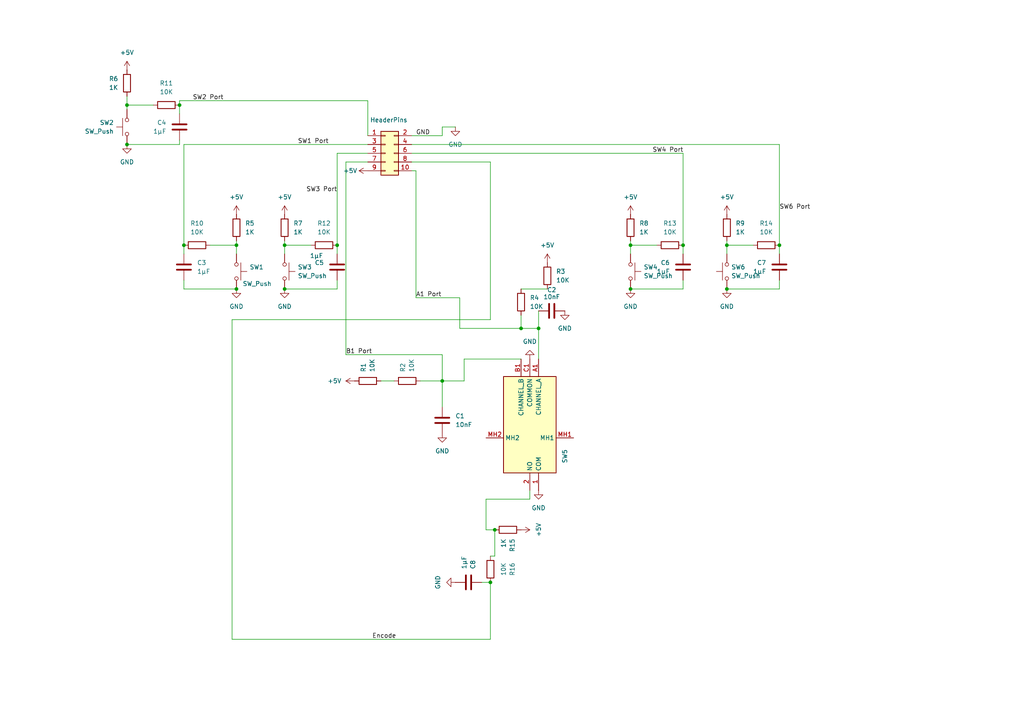
<source format=kicad_sch>
(kicad_sch (version 20250114) (generator "eeschema") (generator_version "9.0")
  (paper "A4")
  (lib_symbols
    (symbol "Connector_Generic:Conn_02x05_Odd_Even" (pin_names (offset 1.016) (hide yes))
      (property "Reference" "J" (at 1.27 7.62 0))
      (property "Value" "Conn_02x05_Odd_Even" (at 1.27 -7.62 0))
      (symbol "Conn_02x05_Odd_Even_1_1"
        (rectangle (start -1.27 6.35) (end 3.81 -6.35) (stroke (width 0.254)) (fill (type background)))
        (rectangle (start -1.27 5.207) (end 0 4.953) (stroke (width 0.1524)))
        (rectangle (start -1.27 2.667) (end 0 2.413) (stroke (width 0.1524)))
        (rectangle (start -1.27 0.127) (end 0 -0.127) (stroke (width 0.1524)))
        (rectangle (start -1.27 -2.413) (end 0 -2.667) (stroke (width 0.1524)))
        (rectangle (start -1.27 -4.953) (end 0 -5.207) (stroke (width 0.1524)))
        (rectangle (start 3.81 5.207) (end 2.54 4.953) (stroke (width 0.1524)))
        (rectangle (start 3.81 2.667) (end 2.54 2.413) (stroke (width 0.1524)))
        (rectangle (start 3.81 0.127) (end 2.54 -0.127) (stroke (width 0.1524)))
        (rectangle (start 3.81 -2.413) (end 2.54 -2.667) (stroke (width 0.1524)))
        (rectangle (start 3.81 -4.953) (end 2.54 -5.207) (stroke (width 0.1524)))
        (pin passive line (at -5.08 5.08 0) (length 3.81) (name "Pin_1") (number "1"))
        (pin passive line (at -5.08 2.54 0) (length 3.81) (name "Pin_3") (number "3"))
        (pin passive line (at -5.08 0 0) (length 3.81) (name "Pin_5") (number "5"))
        (pin passive line (at -5.08 -2.54 0) (length 3.81) (name "Pin_7") (number "7"))
        (pin passive line (at -5.08 -5.08 0) (length 3.81) (name "Pin_9") (number "9"))
        (pin passive line (at 7.62 5.08 180) (length 3.81) (name "Pin_2") (number "2"))
        (pin passive line (at 7.62 2.54 180) (length 3.81) (name "Pin_4") (number "4"))
        (pin passive line (at 7.62 0 180) (length 3.81) (name "Pin_6") (number "6"))
        (pin passive line (at 7.62 -2.54 180) (length 3.81) (name "Pin_8") (number "8"))
        (pin passive line (at 7.62 -5.08 180) (length 3.81) (name "Pin_10") (number "10"))
      )
    )
    (symbol "Device:C" (pin_numbers (hide yes)) (pin_names (offset 0.254))
      (property "Reference" "C" (at 0.635 2.54 0))
      (property "Value" "C" (at 0.635 -2.54 0))
      (symbol "C_0_1"
        (polyline (pts (xy -2.032 0.762) (xy 2.032 0.762)) (stroke (width 0.508)))
        (polyline (pts (xy -2.032 -0.762) (xy 2.032 -0.762)) (stroke (width 0.508)))
      )
      (symbol "C_1_1"
        (pin passive line (at 0 3.81 270) (length 2.794) (name "~") (number "1"))
        (pin passive line (at 0 -3.81 90) (length 2.794) (name "~") (number "2"))
      )
    )
    (symbol "Device:R" (pin_numbers (hide yes)) (pin_names (offset 0))
      (property "Reference" "R" (at 2.032 0 90))
      (property "Value" "R" (at 0 0 90))
      (symbol "R_0_1"
        (rectangle (start -1.016 -2.54) (end 1.016 2.54) (stroke (width 0.254)))
      )
      (symbol "R_1_1"
        (pin passive line (at 0 3.81 270) (length 1.27) (name "~") (number "1"))
        (pin passive line (at 0 -3.81 90) (length 1.27) (name "~") (number "2"))
      )
    )
    (symbol "SamacSys_Parts:PEC11R-4215F-S0024"
      (property "Reference" "U" (at 21.59 15.24 0))
      (property "Value" "PEC11R-4215F-S0024" (at 21.59 12.7 0))
      (symbol "PEC11R-4215F-S0024_1_1"
        (rectangle (start 5.08 10.16) (end 20.32 -17.78) (stroke (width 0.254)) (fill (type background)))
        (pin passive line (at 0 0 0) (length 5.08) (name "MH1") (number "MH1"))
        (pin passive line (at 10.16 15.24 270) (length 5.08) (name "COM") (number "1"))
        (pin passive line (at 10.16 -22.86 90) (length 5.08) (name "CHANNEL_A") (number "A1"))
        (pin passive line (at 12.7 15.24 270) (length 5.08) (name "NO") (number "2"))
        (pin passive line (at 12.7 -22.86 90) (length 5.08) (name "COMMON") (number "C1"))
        (pin passive line (at 15.24 -22.86 90) (length 5.08) (name "CHANNEL_B") (number "B1"))
        (pin passive line (at 25.4 0 180) (length 5.08) (name "MH2") (number "MH2"))
      )
    )
    (symbol "Switch:SW_Push" (pin_numbers (hide yes)) (pin_names (offset 1.016) (hide yes))
      (property "Reference" "SW" (at 1.27 2.54 0))
      (property "Value" "SW_Push" (at 0 -1.524 0))
      (symbol "SW_Push_0_1"
        (circle (center -2.032 0) (radius 0.508))
        (polyline (pts (xy 0 1.27) (xy 0 3.048)))
        (circle (center 2.032 0) (radius 0.508))
        (polyline (pts (xy 2.54 1.27) (xy -2.54 1.27)))
        (pin passive line (at -5.08 0 0) (length 2.54) (name "1") (number "1"))
        (pin passive line (at 5.08 0 180) (length 2.54) (name "2") (number "2"))
      )
    )
    (symbol "power:+5V" (power) (pin_numbers (hide yes)) (pin_names (offset 0) (hide yes))
      (property "Value" "+5V" (at 0 3.556 0))
      (symbol "+5V_0_1"
        (polyline (pts (xy -0.762 1.27) (xy 0 2.54)))
        (polyline (pts (xy 0 2.54) (xy 0.762 1.27)))
        (polyline (pts (xy 0 0) (xy 0 2.54)))
      )
      (symbol "+5V_1_1"
        (pin power_in line (at 0 0 90) (length 0) (name "~") (number "1"))
      )
    )
    (symbol "power:GND" (power) (pin_numbers (hide yes)) (pin_names (offset 0) (hide yes))
      (property "Value" "GND" (at 0 -3.81 0))
      (symbol "GND_0_1"
        (polyline (pts (xy 0 0) (xy 0 -1.27) (xy 1.27 -1.27) (xy 0 -2.54) (xy -1.27 -1.27) (xy 0 -1.27)))
      )
      (symbol "GND_1_1"
        (pin power_in line (at 0 0 270) (length 0) (name "~") (number "1"))
      )
    )
  )
  (junction (at 52.07 30.48))
  (junction (at 182.88 83.82))
  (junction (at 198.12 71.12))
  (junction (at 182.88 71.12))
  (junction (at 68.58 83.82))
  (junction (at 68.58 71.12))
  (junction (at 142.24 168.91))
  (junction (at 226.06 71.12))
  (junction (at 151.13 95.25))
  (junction (at 82.55 71.12))
  (junction (at 53.34 71.12))
  (junction (at 36.83 41.91))
  (junction (at 97.79 71.12))
  (junction (at 143.51 153.67))
  (junction (at 36.83 30.48))
  (junction (at 82.55 83.82))
  (junction (at 210.82 83.82))
  (junction (at 210.82 71.12))
  (junction (at 156.21 95.25))
  (junction (at 128.27 110.49))
  (wire (pts (xy 82.55 69.85) (xy 82.55 71.12)))
  (wire (pts (xy 36.83 27.94) (xy 36.83 30.48)))
  (wire (pts (xy 60.96 71.12) (xy 68.58 71.12)))
  (wire (pts (xy 97.79 44.45) (xy 106.68 44.45)))
  (wire (pts (xy 82.55 83.82) (xy 97.79 83.82)))
  (wire (pts (xy 226.06 71.12) (xy 226.06 73.66)))
  (wire (pts (xy 106.68 39.37) (xy 106.68 29.21)))
  (wire (pts (xy 53.34 71.12) (xy 53.34 41.91)))
  (wire (pts (xy 156.21 104.14) (xy 156.21 95.25)))
  (wire (pts (xy 52.07 29.21) (xy 52.07 30.48)))
  (wire (pts (xy 128.27 110.49) (xy 128.27 102.87)))
  (wire (pts (xy 134.62 104.14) (xy 134.62 110.49)))
  (wire (pts (xy 151.13 95.25) (xy 133.35 95.25)))
  (wire (pts (xy 133.35 86.36) (xy 120.65 86.36)))
  (wire (pts (xy 128.27 110.49) (xy 128.27 118.11)))
  (wire (pts (xy 53.34 71.12) (xy 53.34 73.66)))
  (wire (pts (xy 52.07 30.48) (xy 52.07 33.02)))
  (wire (pts (xy 156.21 90.17) (xy 156.21 95.25)))
  (wire (pts (xy 106.68 29.21) (xy 52.07 29.21)))
  (wire (pts (xy 128.27 36.83) (xy 132.08 36.83)))
  (wire (pts (xy 198.12 71.12) (xy 198.12 73.66)))
  (wire (pts (xy 142.24 185.42) (xy 142.24 168.91)))
  (wire (pts (xy 151.13 91.44) (xy 151.13 95.25)))
  (wire (pts (xy 140.97 153.67) (xy 140.97 144.78)))
  (wire (pts (xy 182.88 69.85) (xy 182.88 71.12)))
  (wire (pts (xy 53.34 83.82) (xy 68.58 83.82)))
  (wire (pts (xy 97.79 44.45) (xy 97.79 71.12)))
  (wire (pts (xy 100.33 46.99) (xy 100.33 102.87)))
  (wire (pts (xy 52.07 40.64) (xy 52.07 41.91)))
  (wire (pts (xy 218.44 71.12) (xy 210.82 71.12)))
  (wire (pts (xy 90.17 71.12) (xy 82.55 71.12)))
  (wire (pts (xy 140.97 144.78) (xy 153.67 144.78)))
  (wire (pts (xy 53.34 81.28) (xy 53.34 83.82)))
  (wire (pts (xy 53.34 41.91) (xy 106.68 41.91)))
  (wire (pts (xy 151.13 104.14) (xy 134.62 104.14)))
  (wire (pts (xy 52.07 41.91) (xy 36.83 41.91)))
  (wire (pts (xy 119.38 44.45) (xy 198.12 44.45)))
  (wire (pts (xy 133.35 95.25) (xy 133.35 86.36)))
  (wire (pts (xy 110.49 110.49) (xy 114.3 110.49)))
  (wire (pts (xy 121.92 110.49) (xy 128.27 110.49)))
  (wire (pts (xy 119.38 41.91) (xy 226.06 41.91)))
  (wire (pts (xy 128.27 36.83) (xy 128.27 39.37)))
  (wire (pts (xy 44.45 30.48) (xy 36.83 30.48)))
  (wire (pts (xy 156.21 95.25) (xy 151.13 95.25)))
  (wire (pts (xy 67.31 92.71) (xy 142.24 92.71)))
  (wire (pts (xy 143.51 161.29) (xy 142.24 161.29)))
  (wire (pts (xy 68.58 71.12) (xy 68.58 73.66)))
  (wire (pts (xy 190.5 71.12) (xy 182.88 71.12)))
  (wire (pts (xy 36.83 30.48) (xy 36.83 31.75)))
  (wire (pts (xy 142.24 168.91) (xy 139.7 168.91)))
  (wire (pts (xy 142.24 185.42) (xy 67.31 185.42)))
  (wire (pts (xy 100.33 46.99) (xy 106.68 46.99)))
  (wire (pts (xy 67.31 92.71) (xy 67.31 185.42)))
  (wire (pts (xy 128.27 39.37) (xy 119.38 39.37)))
  (wire (pts (xy 120.65 49.53) (xy 119.38 49.53)))
  (wire (pts (xy 142.24 92.71) (xy 142.24 46.99)))
  (wire (pts (xy 119.38 46.99) (xy 142.24 46.99)))
  (wire (pts (xy 182.88 71.12) (xy 182.88 73.66)))
  (wire (pts (xy 158.75 83.82) (xy 151.13 83.82)))
  (wire (pts (xy 97.79 81.28) (xy 97.79 83.82)))
  (wire (pts (xy 153.67 144.78) (xy 153.67 142.24)))
  (wire (pts (xy 226.06 41.91) (xy 226.06 71.12)))
  (wire (pts (xy 198.12 44.45) (xy 198.12 71.12)))
  (wire (pts (xy 210.82 71.12) (xy 210.82 73.66)))
  (wire (pts (xy 97.79 71.12) (xy 97.79 73.66)))
  (wire (pts (xy 210.82 83.82) (xy 226.06 83.82)))
  (wire (pts (xy 140.97 153.67) (xy 143.51 153.67)))
  (wire (pts (xy 182.88 83.82) (xy 198.12 83.82)))
  (wire (pts (xy 120.65 86.36) (xy 120.65 49.53)))
  (wire (pts (xy 128.27 110.49) (xy 134.62 110.49)))
  (wire (pts (xy 128.27 102.87) (xy 100.33 102.87)))
  (wire (pts (xy 143.51 153.67) (xy 143.51 161.29)))
  (wire (pts (xy 68.58 69.85) (xy 68.58 71.12)))
  (wire (pts (xy 210.82 69.85) (xy 210.82 71.12)))
  (wire (pts (xy 198.12 81.28) (xy 198.12 83.82)))
  (wire (pts (xy 82.55 71.12) (xy 82.55 73.66)))
  (wire (pts (xy 226.06 81.28) (xy 226.06 83.82)))
  (label "SW4 Port" (at 189.23 44.45 0))
  (label "GND" (at 120.65 39.37 0))
  (label "SW2 Port" (at 55.88 29.21 0))
  (label "Encode" (at 107.95 185.42 0))
  (label "SW6 Port" (at 226.06 60.96 0))
  (label "SW3 Port" (at 97.79 55.88 180))
  (label "SW1 Port" (at 86.36 41.91 0))
  (label "B1 Port" (at 100.33 102.87 0))
  (label "A1 Port" (at 120.65 86.36 0))
  (symbol (lib_id "Device:R") (at 147.32 153.67 270) (unit 1)
    (property "Reference" "R15" (at 148.5901 156.21 0) (effects (justify left)))
    (property "Value" "1K" (at 146.0501 156.21 0) (effects (justify left)))
    (property "Footprint" "Resistor_SMD:R_0805_2012Metric_Pad1.20x1.40mm_HandSolder" (effects (hide yes)))
    (property "Description" "Resistor" (effects (hide yes)))
  )
  (symbol (lib_id "power:GND") (at 210.82 83.82 0) (unit 1)
    (property "Reference" "#PWR06" (effects (hide yes)))
    (property "Value" "GND" (at 210.82 88.9 0))
    (property "Description" "Power symbol creates a global label with name \"GND\" , ground" (effects (hide yes)))
  )
  (symbol (lib_id "Device:R") (at 57.15 71.12 270) (unit 1)
    (property "Reference" "R10" (at 57.15 64.77 90))
    (property "Value" "10K" (at 57.15 67.31 90))
    (property "Footprint" "Resistor_SMD:R_0805_2012Metric_Pad1.20x1.40mm_HandSolder" (effects (hide yes)))
    (property "Description" "Resistor" (effects (hide yes)))
  )
  (symbol (lib_id "power:GND") (at 132.08 36.83 0) (unit 1)
    (property "Reference" "#PWR01" (effects (hide yes)))
    (property "Value" "GND" (at 132.08 41.91 0))
    (property "Description" "Power symbol creates a global label with name \"GND\" , ground" (effects (hide yes)))
  )
  (symbol (lib_id "power:GND") (at 156.21 142.24 0) (unit 1)
    (property "Reference" "#PWR08" (effects (hide yes)))
    (property "Value" "GND" (at 156.21 147.32 0))
    (property "Description" "Power symbol creates a global label with name \"GND\" , ground" (effects (hide yes)))
  )
  (symbol (lib_id "Device:R") (at 68.58 66.04 180) (unit 1)
    (property "Reference" "R5" (at 71.12 64.7699 0) (effects (justify right)))
    (property "Value" "1K" (at 71.12 67.3099 0) (effects (justify right)))
    (property "Footprint" "Resistor_SMD:R_0805_2012Metric_Pad1.20x1.40mm_HandSolder" (effects (hide yes)))
    (property "Description" "Resistor" (effects (hide yes)))
  )
  (symbol (lib_id "Device:R") (at 182.88 66.04 0) (unit 1)
    (property "Reference" "R8" (at 185.42 64.7699 0) (effects (justify left)))
    (property "Value" "1K" (at 185.42 67.3099 0) (effects (justify left)))
    (property "Footprint" "Resistor_SMD:R_0805_2012Metric_Pad1.20x1.40mm_HandSolder" (effects (hide yes)))
    (property "Description" "Resistor" (effects (hide yes)))
  )
  (symbol (lib_id "power:GND") (at 82.55 83.82 0) (unit 1)
    (property "Reference" "#PWR04" (effects (hide yes)))
    (property "Value" "GND" (at 82.55 88.9 0))
    (property "Description" "Power symbol creates a global label with name \"GND\" , ground" (effects (hide yes)))
  )
  (symbol (lib_id "power:GND") (at 153.67 104.14 180) (unit 1)
    (property "Reference" "#PWR09" (effects (hide yes)))
    (property "Value" "GND" (at 153.67 99.06 0))
    (property "Description" "Power symbol creates a global label with name \"GND\" , ground" (effects (hide yes)))
  )
  (symbol (lib_id "Connector_Generic:Conn_02x05_Odd_Even") (at 111.76 44.45 0) (unit 1)
    (property "Reference" "J1" (effects (hide yes)))
    (property "Value" "HeaderPins" (at 112.776 34.798 0))
    (property "Footprint" "Connector_PinHeader_2.54mm:PinHeader_2x05_P2.54mm_Vertical" (effects (hide yes)))
    (property "Description" "Generic connector, double row, 02x05, odd/even pin numbering scheme (row 1 odd numbers, row 2 even numbers), script generated (kicad-library-utils/schlib/autogen/connector/)" (effects (hide yes)))
  )
  (symbol (lib_id "Device:R") (at 151.13 87.63 0) (unit 1)
    (property "Reference" "R4" (at 153.67 86.3599 0) (effects (justify left)))
    (property "Value" "10K" (at 153.67 88.8999 0) (effects (justify left)))
    (property "Footprint" "Resistor_SMD:R_0805_2012Metric_Pad1.20x1.40mm_HandSolder" (effects (hide yes)))
    (property "Description" "Resistor" (effects (hide yes)))
  )
  (symbol (lib_id "power:GND") (at 182.88 83.82 0) (unit 1)
    (property "Reference" "#PWR05" (effects (hide yes)))
    (property "Value" "GND" (at 182.88 88.9 0))
    (property "Description" "Power symbol creates a global label with name \"GND\" , ground" (effects (hide yes)))
  )
  (symbol (lib_id "Device:C") (at 135.89 168.91 270) (mirror x) (unit 1)
    (property "Reference" "C8" (at 137.1601 165.1 0) (effects (justify left)))
    (property "Value" "1μF" (at 134.6201 165.1 0) (effects (justify left)))
    (property "Footprint" "Capacitor_SMD:C_0805_2012Metric_Pad1.18x1.45mm_HandSolder" (effects (hide yes)))
    (property "Description" "Unpolarized capacitor" (effects (hide yes)))
  )
  (symbol (lib_id "power:+5V") (at 106.68 49.53 90) (unit 1)
    (property "Reference" "#PWR014" (effects (hide yes)))
    (property "Value" "+5V" (at 103.632 49.53 90) (effects (justify left)))
    (property "Description" "Power symbol creates a global label with name \"+5V\"" (effects (hide yes)))
  )
  (symbol (lib_id "power:+5V") (at 102.87 110.49 90) (unit 1)
    (property "Reference" "#PWR012" (effects (hide yes)))
    (property "Value" "+5V" (at 99.06 110.4899 90) (effects (justify left)))
    (property "Description" "Power symbol creates a global label with name \"+5V\"" (effects (hide yes)))
  )
  (symbol (lib_id "Switch:SW_Push") (at 210.82 78.74 90) (unit 1)
    (property "Reference" "SW6" (at 212.09 77.4699 90) (effects (justify right)))
    (property "Value" "SW_Push" (at 212.09 80.01 90) (effects (justify right)))
    (property "Footprint" "SamacSys_Parts:SW_PUSH-12mm3D" (effects (hide yes)))
    (property "Description" "Push button switch, generic, two pins" (effects (hide yes)))
  )
  (symbol (lib_id "power:GND") (at 132.08 168.91 270) (unit 1)
    (property "Reference" "#PWR011" (effects (hide yes)))
    (property "Value" "GND" (at 127 168.91 0))
    (property "Description" "Power symbol creates a global label with name \"GND\" , ground" (effects (hide yes)))
  )
  (symbol (lib_id "power:GND") (at 68.58 83.82 0) (unit 1)
    (property "Reference" "#PWR02" (effects (hide yes)))
    (property "Value" "GND" (at 68.58 88.9 0))
    (property "Description" "Power symbol creates a global label with name \"GND\" , ground" (effects (hide yes)))
  )
  (symbol (lib_id "Device:R") (at 93.98 71.12 90) (mirror x) (unit 1)
    (property "Reference" "R12" (at 93.98 64.77 90))
    (property "Value" "10K" (at 93.98 67.31 90))
    (property "Footprint" "Resistor_SMD:R_0805_2012Metric_Pad1.20x1.40mm_HandSolder" (effects (hide yes)))
    (property "Description" "Resistor" (effects (hide yes)))
  )
  (symbol (lib_id "Device:C") (at 160.02 90.17 90) (unit 1)
    (property "Reference" "C2" (at 160.02 84.074 90))
    (property "Value" "10nF" (at 160.02 86.106 90))
    (property "Footprint" "Capacitor_SMD:C_0805_2012Metric_Pad1.18x1.45mm_HandSolder" (effects (hide yes)))
    (property "Description" "Unpolarized capacitor" (effects (hide yes)))
  )
  (symbol (lib_id "power:GND") (at 36.83 41.91 0) (mirror y) (unit 1)
    (property "Reference" "#PWR03" (effects (hide yes)))
    (property "Value" "GND" (at 36.83 46.99 0))
    (property "Description" "Power symbol creates a global label with name \"GND\" , ground" (effects (hide yes)))
  )
  (symbol (lib_id "Switch:SW_Push") (at 36.83 36.83 90) (mirror x) (unit 1)
    (property "Reference" "SW2" (at 33.02 35.5599 90) (effects (justify left)))
    (property "Value" "SW_Push" (at 33.02 38.0999 90) (effects (justify left)))
    (property "Footprint" "SamacSys_Parts:SW_PUSH-12mm3D" (effects (hide yes)))
    (property "Description" "Push button switch, generic, two pins" (effects (hide yes)))
  )
  (symbol (lib_id "Device:R") (at 210.82 66.04 0) (unit 1)
    (property "Reference" "R9" (at 213.36 64.7699 0) (effects (justify left)))
    (property "Value" "1K" (at 213.36 67.3099 0) (effects (justify left)))
    (property "Footprint" "Resistor_SMD:R_0805_2012Metric_Pad1.20x1.40mm_HandSolder" (effects (hide yes)))
    (property "Description" "Resistor" (effects (hide yes)))
  )
  (symbol (lib_id "Switch:SW_Push") (at 68.58 78.74 270) (unit 1)
    (property "Reference" "SW1" (at 72.39 77.4699 90) (effects (justify left)))
    (property "Value" "SW_Push" (at 70.358 82.296 90) (effects (justify left)))
    (property "Footprint" "SamacSys_Parts:SW_PUSH-12mm3D" (effects (hide yes)))
    (property "Description" "Push button switch, generic, two pins" (effects (hide yes)))
  )
  (symbol (lib_id "Device:R") (at 222.25 71.12 90) (mirror x) (unit 1)
    (property "Reference" "R14" (at 222.25 64.77 90))
    (property "Value" "10K" (at 222.25 67.31 90))
    (property "Footprint" "Resistor_SMD:R_0805_2012Metric_Pad1.20x1.40mm_HandSolder" (effects (hide yes)))
    (property "Description" "Resistor" (effects (hide yes)))
  )
  (symbol (lib_id "power:GND") (at 163.83 90.17 0) (unit 1)
    (property "Reference" "#PWR07" (effects (hide yes)))
    (property "Value" "GND" (at 163.83 95.25 0))
    (property "Description" "Power symbol creates a global label with name \"GND\" , ground" (effects (hide yes)))
  )
  (symbol (lib_id "Device:R") (at 118.11 110.49 90) (unit 1)
    (property "Reference" "R2" (at 116.8399 107.95 0) (effects (justify left)))
    (property "Value" "10K" (at 119.3799 107.95 0) (effects (justify left)))
    (property "Footprint" "Resistor_SMD:R_0805_2012Metric_Pad1.20x1.40mm_HandSolder" (effects (hide yes)))
    (property "Description" "Resistor" (effects (hide yes)))
  )
  (symbol (lib_id "power:+5V") (at 68.58 62.23 0) (unit 1)
    (property "Reference" "#PWR015" (effects (hide yes)))
    (property "Value" "+5V" (at 68.58 57.15 0))
    (property "Description" "Power symbol creates a global label with name \"+5V\"" (effects (hide yes)))
  )
  (symbol (lib_id "Device:R") (at 158.75 80.01 0) (unit 1)
    (property "Reference" "R3" (at 161.29 78.7399 0) (effects (justify left)))
    (property "Value" "10K" (at 161.29 81.2799 0) (effects (justify left)))
    (property "Footprint" "Resistor_SMD:R_0805_2012Metric_Pad1.20x1.40mm_HandSolder" (effects (hide yes)))
    (property "Description" "Resistor" (effects (hide yes)))
  )
  (symbol (lib_id "Device:C") (at 128.27 121.92 180) (unit 1)
    (property "Reference" "C1" (at 132.08 120.6499 0) (effects (justify right)))
    (property "Value" "10nF" (at 132.08 123.1899 0) (effects (justify right)))
    (property "Footprint" "Capacitor_SMD:C_0805_2012Metric_Pad1.18x1.45mm_HandSolder" (effects (hide yes)))
    (property "Description" "Unpolarized capacitor" (effects (hide yes)))
  )
  (symbol (lib_id "power:GND") (at 128.27 125.73 0) (unit 1)
    (property "Reference" "#PWR010" (effects (hide yes)))
    (property "Value" "GND" (at 128.27 130.81 0))
    (property "Description" "Power symbol creates a global label with name \"GND\" , ground" (effects (hide yes)))
  )
  (symbol (lib_id "Switch:SW_Push") (at 82.55 78.74 270) (unit 1)
    (property "Reference" "SW3" (at 86.36 77.4699 90) (effects (justify left)))
    (property "Value" "SW_Push" (at 86.36 80.0099 90) (effects (justify left)))
    (property "Footprint" "SamacSys_Parts:SW_PUSH-12mm3D" (effects (hide yes)))
    (property "Description" "Push button switch, generic, two pins" (effects (hide yes)))
  )
  (symbol (lib_id "Device:C") (at 53.34 77.47 0) (unit 1)
    (property "Reference" "C3" (at 57.15 76.1999 0) (effects (justify left)))
    (property "Value" "1μF" (at 57.15 78.7399 0) (effects (justify left)))
    (property "Footprint" "Capacitor_SMD:C_0805_2012Metric_Pad1.18x1.45mm_HandSolder" (effects (hide yes)))
    (property "Description" "Unpolarized capacitor" (effects (hide yes)))
  )
  (symbol (lib_id "Device:R") (at 106.68 110.49 90) (unit 1)
    (property "Reference" "R1" (at 105.4099 107.95 0) (effects (justify left)))
    (property "Value" "10K" (at 107.9499 107.95 0) (effects (justify left)))
    (property "Footprint" "Resistor_SMD:R_0805_2012Metric_Pad1.20x1.40mm_HandSolder" (effects (hide yes)))
    (property "Description" "Resistor" (effects (hide yes)))
  )
  (symbol (lib_id "power:+5V") (at 36.83 20.32 0) (mirror y) (unit 1)
    (property "Reference" "#PWR016" (effects (hide yes)))
    (property "Value" "+5V" (at 36.83 15.24 0))
    (property "Description" "Power symbol creates a global label with name \"+5V\"" (effects (hide yes)))
  )
  (symbol (lib_id "Device:C") (at 226.06 77.47 0) (mirror y) (unit 1)
    (property "Reference" "C7" (at 222.25 76.1999 0) (effects (justify left)))
    (property "Value" "1μF" (at 222.25 78.7399 0) (effects (justify left)))
    (property "Footprint" "Capacitor_SMD:C_0805_2012Metric_Pad1.18x1.45mm_HandSolder" (effects (hide yes)))
    (property "Description" "Unpolarized capacitor" (effects (hide yes)))
  )
  (symbol (lib_id "Device:C") (at 52.07 36.83 0) (mirror y) (unit 1)
    (property "Reference" "C4" (at 48.26 35.5599 0) (effects (justify left)))
    (property "Value" "1μF" (at 48.26 38.0999 0) (effects (justify left)))
    (property "Footprint" "Capacitor_SMD:C_0805_2012Metric_Pad1.18x1.45mm_HandSolder" (effects (hide yes)))
    (property "Description" "Unpolarized capacitor" (effects (hide yes)))
  )
  (symbol (lib_id "power:+5V") (at 151.13 153.67 270) (unit 1)
    (property "Reference" "#PWR020" (effects (hide yes)))
    (property "Value" "+5V" (at 156.21 153.67 0))
    (property "Description" "Power symbol creates a global label with name \"+5V\"" (effects (hide yes)))
  )
  (symbol (lib_id "power:+5V") (at 158.75 76.2 0) (unit 1)
    (property "Reference" "#PWR013" (effects (hide yes)))
    (property "Value" "+5V" (at 158.75 71.12 0))
    (property "Description" "Power symbol creates a global label with name \"+5V\"" (effects (hide yes)))
  )
  (symbol (lib_id "Device:R") (at 82.55 66.04 0) (unit 1)
    (property "Reference" "R7" (at 85.09 64.7699 0) (effects (justify left)))
    (property "Value" "1K" (at 85.09 67.3099 0) (effects (justify left)))
    (property "Footprint" "Resistor_SMD:R_0805_2012Metric_Pad1.20x1.40mm_HandSolder" (effects (hide yes)))
    (property "Description" "Resistor" (effects (hide yes)))
  )
  (symbol (lib_id "Switch:SW_Push") (at 182.88 78.74 270) (unit 1)
    (property "Reference" "SW4" (at 186.69 77.4699 90) (effects (justify left)))
    (property "Value" "SW_Push" (at 186.69 80.0099 90) (effects (justify left)))
    (property "Footprint" "SamacSys_Parts:SW_PUSH-12mm3D" (effects (hide yes)))
    (property "Description" "Push button switch, generic, two pins" (effects (hide yes)))
  )
  (symbol (lib_id "power:+5V") (at 182.88 62.23 0) (unit 1)
    (property "Reference" "#PWR018" (effects (hide yes)))
    (property "Value" "+5V" (at 182.88 57.15 0))
    (property "Description" "Power symbol creates a global label with name \"+5V\"" (effects (hide yes)))
  )
  (symbol (lib_id "SamacSys_Parts:PEC11R-4215F-S0024") (at 166.37 127 180) (unit 1)
    (property "Reference" "SW5" (at 163.83 130.302 90) (effects (justify left)))
    (property "Value" "RotaryEncoder_Switch_MP" (effects (hide yes)))
    (property "Footprint" "SamacSys_Parts:PEC11R4215FS0024" (effects (hide yes)))
    (property "Datasheet" "https://www.bourns.com/docs/product-datasheets/pec11r.pdf?sfvrsn=bb617cbf_12" (effects (hide yes)))
    (property "Description" "Rotary Encoder Mechanical 24 Quadrature (Incremental) Vertical 15mm SHAFT w/SWITCH" (effects (hide yes)))
    (property "Height" "21.5" (effects (hide yes)))
    (property "Mouser Part Number" "652-PEC11R-4215F-S24" (effects (hide yes)))
    (property "Mouser Price/Stock" "https://www.mouser.co.uk/ProductDetail/Bourns/PEC11R-4215F-S0024?qs=Zq5ylnUbLm5lAqmKF80wzQ%3D%3D" (effects (hide yes)))
    (property "Manufacturer_Name" "Bourns" (effects (hide yes)))
    (property "Manufacturer_Part_Number" "PEC11R-4215F-S0024" (effects (hide yes)))
  )
  (symbol (lib_id "power:+5V") (at 82.55 62.23 0) (unit 1)
    (property "Reference" "#PWR017" (effects (hide yes)))
    (property "Value" "+5V" (at 82.55 57.15 0))
    (property "Description" "Power symbol creates a global label with name \"+5V\"" (effects (hide yes)))
  )
  (symbol (lib_id "Device:R") (at 36.83 24.13 0) (mirror y) (unit 1)
    (property "Reference" "R6" (at 34.29 22.8599 0) (effects (justify left)))
    (property "Value" "1K" (at 34.29 25.3999 0) (effects (justify left)))
    (property "Footprint" "Resistor_SMD:R_0805_2012Metric_Pad1.20x1.40mm_HandSolder" (effects (hide yes)))
    (property "Description" "Resistor" (effects (hide yes)))
  )
  (symbol (lib_id "power:+5V") (at 210.82 62.23 0) (unit 1)
    (property "Reference" "#PWR019" (effects (hide yes)))
    (property "Value" "+5V" (at 210.82 57.15 0))
    (property "Description" "Power symbol creates a global label with name \"+5V\"" (effects (hide yes)))
  )
  (symbol (lib_id "Device:R") (at 194.31 71.12 90) (mirror x) (unit 1)
    (property "Reference" "R13" (at 194.31 64.77 90))
    (property "Value" "10K" (at 194.31 67.31 90))
    (property "Footprint" "Resistor_SMD:R_0805_2012Metric_Pad1.20x1.40mm_HandSolder" (effects (hide yes)))
    (property "Description" "Resistor" (effects (hide yes)))
  )
  (symbol (lib_id "Device:C") (at 198.12 77.47 0) (mirror y) (unit 1)
    (property "Reference" "C6" (at 194.31 76.1999 0) (effects (justify left)))
    (property "Value" "1μF" (at 194.31 78.7399 0) (effects (justify left)))
    (property "Footprint" "Capacitor_SMD:C_0805_2012Metric_Pad1.18x1.45mm_HandSolder" (effects (hide yes)))
    (property "Description" "Unpolarized capacitor" (effects (hide yes)))
  )
  (symbol (lib_id "Device:C") (at 97.79 77.47 0) (mirror y) (unit 1)
    (property "Reference" "C5" (at 93.98 76.1999 0) (effects (justify left)))
    (property "Value" "1μF" (at 93.726 74.168 0) (effects (justify left)))
    (property "Footprint" "Capacitor_SMD:C_0805_2012Metric_Pad1.18x1.45mm_HandSolder" (effects (hide yes)))
    (property "Description" "Unpolarized capacitor" (effects (hide yes)))
  )
  (symbol (lib_id "Device:R") (at 142.24 165.1 0) (mirror y) (unit 1)
    (property "Reference" "R16" (at 148.59 165.1 90))
    (property "Value" "10K" (at 146.05 165.1 90))
    (property "Footprint" "Resistor_SMD:R_0805_2012Metric_Pad1.20x1.40mm_HandSolder" (effects (hide yes)))
    (property "Description" "Resistor" (effects (hide yes)))
  )
  (symbol (lib_id "Device:R") (at 48.26 30.48 90) (mirror x) (unit 1)
    (property "Reference" "R11" (at 48.26 24.13 90))
    (property "Value" "10K" (at 48.26 26.67 90))
    (property "Footprint" "Resistor_SMD:R_0805_2012Metric_Pad1.20x1.40mm_HandSolder" (effects (hide yes)))
    (property "Description" "Resistor" (effects (hide yes)))
  )
)
</source>
